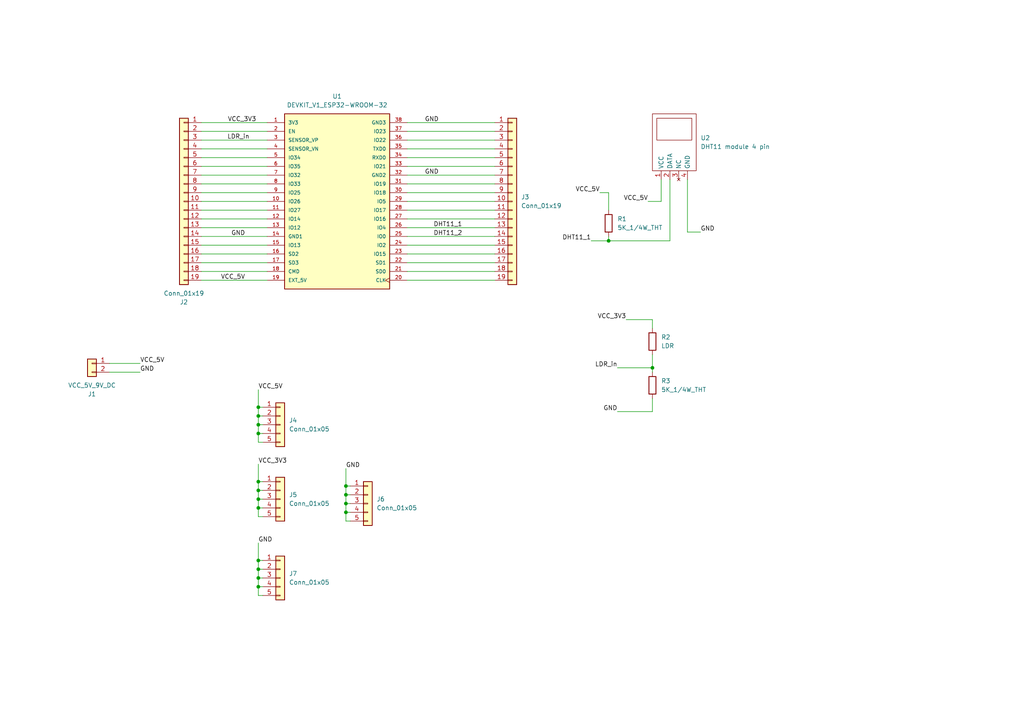
<source format=kicad_sch>
(kicad_sch (version 20250114) (generator "eeschema") (generator_version "9.0")
  (paper "A4")
  (lib_symbols
    (symbol "Connector_Generic:Conn_01x02" (pin_names (offset 1.016) (hide yes))
      (property "Reference" "J" (at 0 2.54 0))
      (property "Value" "Conn_01x02" (at 0 -5.08 0))
      (symbol "Conn_01x02_1_1"
        (rectangle (start -1.27 1.27) (end 1.27 -3.81) (stroke (width 0.254)) (fill (type background)))
        (rectangle (start -1.27 0.127) (end 0 -0.127) (stroke (width 0.1524)))
        (rectangle (start -1.27 -2.413) (end 0 -2.667) (stroke (width 0.1524)))
        (pin passive line (at -5.08 0 0) (length 3.81) (name "Pin_1") (number "1"))
        (pin passive line (at -5.08 -2.54 0) (length 3.81) (name "Pin_2") (number "2"))
      )
    )
    (symbol "Connector_Generic:Conn_01x05" (pin_names (offset 1.016) (hide yes))
      (property "Reference" "J" (at 0 7.62 0))
      (property "Value" "Conn_01x05" (at 0 -7.62 0))
      (symbol "Conn_01x05_1_1"
        (rectangle (start -1.27 6.35) (end 1.27 -6.35) (stroke (width 0.254)) (fill (type background)))
        (rectangle (start -1.27 5.207) (end 0 4.953) (stroke (width 0.1524)))
        (rectangle (start -1.27 2.667) (end 0 2.413) (stroke (width 0.1524)))
        (rectangle (start -1.27 0.127) (end 0 -0.127) (stroke (width 0.1524)))
        (rectangle (start -1.27 -2.413) (end 0 -2.667) (stroke (width 0.1524)))
        (rectangle (start -1.27 -4.953) (end 0 -5.207) (stroke (width 0.1524)))
        (pin passive line (at -5.08 5.08 0) (length 3.81) (name "Pin_1") (number "1"))
        (pin passive line (at -5.08 2.54 0) (length 3.81) (name "Pin_2") (number "2"))
        (pin passive line (at -5.08 0 0) (length 3.81) (name "Pin_3") (number "3"))
        (pin passive line (at -5.08 -2.54 0) (length 3.81) (name "Pin_4") (number "4"))
        (pin passive line (at -5.08 -5.08 0) (length 3.81) (name "Pin_5") (number "5"))
      )
    )
    (symbol "Connector_Generic:Conn_01x19" (pin_names (offset 1.016) (hide yes))
      (property "Reference" "J" (at 0 25.4 0))
      (property "Value" "Conn_01x19" (at 0 -25.4 0))
      (symbol "Conn_01x19_1_1"
        (rectangle (start -1.27 24.13) (end 1.27 -24.13) (stroke (width 0.254)) (fill (type background)))
        (rectangle (start -1.27 22.987) (end 0 22.733) (stroke (width 0.1524)))
        (rectangle (start -1.27 20.447) (end 0 20.193) (stroke (width 0.1524)))
        (rectangle (start -1.27 17.907) (end 0 17.653) (stroke (width 0.1524)))
        (rectangle (start -1.27 15.367) (end 0 15.113) (stroke (width 0.1524)))
        (rectangle (start -1.27 12.827) (end 0 12.573) (stroke (width 0.1524)))
        (rectangle (start -1.27 10.287) (end 0 10.033) (stroke (width 0.1524)))
        (rectangle (start -1.27 7.747) (end 0 7.493) (stroke (width 0.1524)))
        (rectangle (start -1.27 5.207) (end 0 4.953) (stroke (width 0.1524)))
        (rectangle (start -1.27 2.667) (end 0 2.413) (stroke (width 0.1524)))
        (rectangle (start -1.27 0.127) (end 0 -0.127) (stroke (width 0.1524)))
        (rectangle (start -1.27 -2.413) (end 0 -2.667) (stroke (width 0.1524)))
        (rectangle (start -1.27 -4.953) (end 0 -5.207) (stroke (width 0.1524)))
        (rectangle (start -1.27 -7.493) (end 0 -7.747) (stroke (width 0.1524)))
        (rectangle (start -1.27 -10.033) (end 0 -10.287) (stroke (width 0.1524)))
        (rectangle (start -1.27 -12.573) (end 0 -12.827) (stroke (width 0.1524)))
        (rectangle (start -1.27 -15.113) (end 0 -15.367) (stroke (width 0.1524)))
        (rectangle (start -1.27 -17.653) (end 0 -17.907) (stroke (width 0.1524)))
        (rectangle (start -1.27 -20.193) (end 0 -20.447) (stroke (width 0.1524)))
        (rectangle (start -1.27 -22.733) (end 0 -22.987) (stroke (width 0.1524)))
        (pin passive line (at -5.08 22.86 0) (length 3.81) (name "Pin_1") (number "1"))
        (pin passive line (at -5.08 20.32 0) (length 3.81) (name "Pin_2") (number "2"))
        (pin passive line (at -5.08 17.78 0) (length 3.81) (name "Pin_3") (number "3"))
        (pin passive line (at -5.08 15.24 0) (length 3.81) (name "Pin_4") (number "4"))
        (pin passive line (at -5.08 12.7 0) (length 3.81) (name "Pin_5") (number "5"))
        (pin passive line (at -5.08 10.16 0) (length 3.81) (name "Pin_6") (number "6"))
        (pin passive line (at -5.08 7.62 0) (length 3.81) (name "Pin_7") (number "7"))
        (pin passive line (at -5.08 5.08 0) (length 3.81) (name "Pin_8") (number "8"))
        (pin passive line (at -5.08 2.54 0) (length 3.81) (name "Pin_9") (number "9"))
        (pin passive line (at -5.08 0 0) (length 3.81) (name "Pin_10") (number "10"))
        (pin passive line (at -5.08 -2.54 0) (length 3.81) (name "Pin_11") (number "11"))
        (pin passive line (at -5.08 -5.08 0) (length 3.81) (name "Pin_12") (number "12"))
        (pin passive line (at -5.08 -7.62 0) (length 3.81) (name "Pin_13") (number "13"))
        (pin passive line (at -5.08 -10.16 0) (length 3.81) (name "Pin_14") (number "14"))
        (pin passive line (at -5.08 -12.7 0) (length 3.81) (name "Pin_15") (number "15"))
        (pin passive line (at -5.08 -15.24 0) (length 3.81) (name "Pin_16") (number "16"))
        (pin passive line (at -5.08 -17.78 0) (length 3.81) (name "Pin_17") (number "17"))
        (pin passive line (at -5.08 -20.32 0) (length 3.81) (name "Pin_18") (number "18"))
        (pin passive line (at -5.08 -22.86 0) (length 3.81) (name "Pin_19") (number "19"))
      )
    )
    (symbol "Device:R" (pin_numbers (hide yes)) (pin_names (offset 0))
      (property "Reference" "R" (at 2.032 0 90))
      (property "Value" "R" (at 0 0 90))
      (symbol "R_0_1"
        (rectangle (start -1.016 -2.54) (end 1.016 2.54) (stroke (width 0.254)))
      )
      (symbol "R_1_1"
        (pin passive line (at 0 3.81 270) (length 1.27) (name "~") (number "1"))
        (pin passive line (at 0 -3.81 90) (length 1.27) (name "~") (number "2"))
      )
    )
    (symbol "fevino:DEVKIT_V1_ESP32-WROOM-32" (pin_names (offset 1.016))
      (property "Reference" "U" (at -15.2572 26.0643 0))
      (property "Value" "DEVKIT_V1_ESP32-WROOM-32" (at -15.2563 -27.9698 0))
      (symbol "DEVKIT_V1_ESP32-WROOM-32_0_0"
        (rectangle (start -15.24 -25.4) (end 15.24 25.4) (stroke (width 0.254)) (fill (type background)))
        (pin power_in line (at -20.32 22.86 0) (length 5.08) (name "3V3") (number "1"))
        (pin input line (at -20.32 20.32 0) (length 5.08) (name "EN") (number "2"))
        (pin input line (at -20.32 17.78 0) (length 5.08) (name "SENSOR_VP") (number "3"))
        (pin input line (at -20.32 15.24 0) (length 5.08) (name "SENSOR_VN") (number "4"))
        (pin bidirectional line (at -20.32 12.7 0) (length 5.08) (name "IO34") (number "5"))
        (pin bidirectional line (at -20.32 10.16 0) (length 5.08) (name "IO35") (number "6"))
        (pin bidirectional line (at -20.32 7.62 0) (length 5.08) (name "IO32") (number "7"))
        (pin bidirectional line (at -20.32 5.08 0) (length 5.08) (name "IO33") (number "8"))
        (pin bidirectional line (at -20.32 2.54 0) (length 5.08) (name "IO25") (number "9"))
        (pin bidirectional line (at -20.32 0 0) (length 5.08) (name "IO26") (number "10"))
        (pin bidirectional line (at -20.32 -2.54 0) (length 5.08) (name "IO27") (number "11"))
        (pin bidirectional line (at -20.32 -5.08 0) (length 5.08) (name "IO14") (number "12"))
        (pin bidirectional line (at -20.32 -7.62 0) (length 5.08) (name "IO12") (number "13"))
        (pin power_in line (at -20.32 -10.16 0) (length 5.08) (name "GND1") (number "14"))
        (pin bidirectional line (at -20.32 -12.7 0) (length 5.08) (name "IO13") (number "15"))
        (pin bidirectional line (at -20.32 -15.24 0) (length 5.08) (name "SD2") (number "16"))
        (pin bidirectional line (at -20.32 -17.78 0) (length 5.08) (name "SD3") (number "17"))
        (pin bidirectional line (at -20.32 -20.32 0) (length 5.08) (name "CMD") (number "18"))
        (pin power_in line (at -20.32 -22.86 0) (length 5.08) (name "EXT_5V") (number "19"))
        (pin power_in line (at 20.32 22.86 180) (length 5.08) (name "GND3") (number "38"))
        (pin bidirectional line (at 20.32 20.32 180) (length 5.08) (name "IO23") (number "37"))
        (pin bidirectional line (at 20.32 17.78 180) (length 5.08) (name "IO22") (number "36"))
        (pin output line (at 20.32 15.24 180) (length 5.08) (name "TXD0") (number "35"))
        (pin input line (at 20.32 12.7 180) (length 5.08) (name "RXD0") (number "34"))
        (pin bidirectional line (at 20.32 10.16 180) (length 5.08) (name "IO21") (number "33"))
        (pin power_in line (at 20.32 7.62 180) (length 5.08) (name "GND2") (number "32"))
        (pin bidirectional line (at 20.32 5.08 180) (length 5.08) (name "IO19") (number "31"))
        (pin bidirectional line (at 20.32 2.54 180) (length 5.08) (name "IO18") (number "30"))
        (pin bidirectional line (at 20.32 0 180) (length 5.08) (name "IO5") (number "29"))
        (pin bidirectional line (at 20.32 -2.54 180) (length 5.08) (name "IO17") (number "28"))
        (pin bidirectional line (at 20.32 -5.08 180) (length 5.08) (name "IO16") (number "27"))
        (pin bidirectional line (at 20.32 -7.62 180) (length 5.08) (name "IO4") (number "26"))
        (pin bidirectional line (at 20.32 -10.16 180) (length 5.08) (name "IO0") (number "25"))
        (pin bidirectional line (at 20.32 -12.7 180) (length 5.08) (name "IO2") (number "24"))
        (pin bidirectional line (at 20.32 -15.24 180) (length 5.08) (name "IO15") (number "23"))
        (pin bidirectional line (at 20.32 -17.78 180) (length 5.08) (name "SD1") (number "22"))
        (pin bidirectional line (at 20.32 -20.32 180) (length 5.08) (name "SD0") (number "21"))
        (pin input clock (at 20.32 -22.86 180) (length 5.08) (name "CLK") (number "20"))
      )
    )
    (symbol "fevino:DHT_11"
      (property "Reference" "U" (at -0.254 11.684 0))
      (symbol "DHT_11_0_1"
        (rectangle (start -5.08 16.51) (end 7.62 0))
        (rectangle (start -3.81 15.24) (end 6.35 8.89))
      )
      (symbol "DHT_11_1_1"
        (pin input line (at -2.54 -2.54 90) (length 2.54) (name "VCC") (number "1"))
        (pin output line (at 0 -2.54 90) (length 2.54) (name "DATA") (number "2"))
        (pin no_connect line (at 2.54 -2.54 90) (length 2.54) (name "NC") (number "3"))
        (pin input line (at 5.08 -2.54 90) (length 2.54) (name "GND") (number "4"))
      )
    )
  )
  (junction (at 74.93 118.11))
  (junction (at 100.33 143.51))
  (junction (at 100.33 146.05))
  (junction (at 74.93 162.56))
  (junction (at 74.93 125.73))
  (junction (at 74.93 142.24))
  (junction (at 74.93 139.7))
  (junction (at 74.93 167.64))
  (junction (at 74.93 170.18))
  (junction (at 74.93 144.78))
  (junction (at 74.93 123.19))
  (junction (at 176.53 69.85))
  (junction (at 100.33 140.97))
  (junction (at 100.33 148.59))
  (junction (at 74.93 165.1))
  (junction (at 74.93 147.32))
  (junction (at 74.93 120.65))
  (junction (at 189.23 106.68))
  (wire (pts (xy 74.93 144.78) (xy 74.93 147.32)))
  (wire (pts (xy 199.39 67.31) (xy 203.2 67.31)))
  (wire (pts (xy 189.23 102.87) (xy 189.23 106.68)))
  (wire (pts (xy 74.93 165.1) (xy 74.93 167.64)))
  (wire (pts (xy 100.33 143.51) (xy 101.6 143.51)))
  (wire (pts (xy 143.51 53.34) (xy 118.11 53.34)))
  (wire (pts (xy 74.93 134.62) (xy 74.93 139.7)))
  (wire (pts (xy 118.11 68.58) (xy 143.51 68.58)))
  (wire (pts (xy 74.93 167.64) (xy 74.93 170.18)))
  (wire (pts (xy 58.42 73.66) (xy 77.47 73.66)))
  (wire (pts (xy 143.51 58.42) (xy 118.11 58.42)))
  (wire (pts (xy 189.23 106.68) (xy 189.23 107.95)))
  (wire (pts (xy 74.93 128.27) (xy 76.2 128.27)))
  (wire (pts (xy 143.51 45.72) (xy 118.11 45.72)))
  (wire (pts (xy 194.31 69.85) (xy 194.31 52.07)))
  (wire (pts (xy 58.42 55.88) (xy 77.47 55.88)))
  (wire (pts (xy 179.07 106.68) (xy 189.23 106.68)))
  (wire (pts (xy 143.51 38.1) (xy 118.11 38.1)))
  (wire (pts (xy 143.51 63.5) (xy 118.11 63.5)))
  (wire (pts (xy 74.93 167.64) (xy 76.2 167.64)))
  (wire (pts (xy 100.33 143.51) (xy 100.33 146.05)))
  (wire (pts (xy 58.42 66.04) (xy 77.47 66.04)))
  (wire (pts (xy 100.33 148.59) (xy 100.33 151.13)))
  (wire (pts (xy 191.77 58.42) (xy 191.77 52.07)))
  (wire (pts (xy 58.42 53.34) (xy 77.47 53.34)))
  (wire (pts (xy 58.42 60.96) (xy 77.47 60.96)))
  (wire (pts (xy 31.75 105.41) (xy 40.64 105.41)))
  (wire (pts (xy 100.33 146.05) (xy 100.33 148.59)))
  (wire (pts (xy 143.51 78.74) (xy 118.11 78.74)))
  (wire (pts (xy 176.53 69.85) (xy 194.31 69.85)))
  (wire (pts (xy 58.42 48.26) (xy 77.47 48.26)))
  (wire (pts (xy 58.42 63.5) (xy 77.47 63.5)))
  (wire (pts (xy 74.93 172.72) (xy 76.2 172.72)))
  (wire (pts (xy 171.45 69.85) (xy 176.53 69.85)))
  (wire (pts (xy 74.93 123.19) (xy 76.2 123.19)))
  (wire (pts (xy 74.93 120.65) (xy 76.2 120.65)))
  (wire (pts (xy 143.51 71.12) (xy 118.11 71.12)))
  (wire (pts (xy 58.42 50.8) (xy 77.47 50.8)))
  (wire (pts (xy 181.61 92.71) (xy 189.23 92.71)))
  (wire (pts (xy 74.93 149.86) (xy 76.2 149.86)))
  (wire (pts (xy 58.42 76.2) (xy 77.47 76.2)))
  (wire (pts (xy 199.39 52.07) (xy 199.39 67.31)))
  (wire (pts (xy 58.42 71.12) (xy 77.47 71.12)))
  (wire (pts (xy 74.93 139.7) (xy 74.93 142.24)))
  (wire (pts (xy 118.11 66.04) (xy 143.51 66.04)))
  (wire (pts (xy 74.93 139.7) (xy 76.2 139.7)))
  (wire (pts (xy 58.42 68.58) (xy 77.47 68.58)))
  (wire (pts (xy 100.33 140.97) (xy 101.6 140.97)))
  (wire (pts (xy 143.51 55.88) (xy 118.11 55.88)))
  (wire (pts (xy 74.93 165.1) (xy 76.2 165.1)))
  (wire (pts (xy 58.42 38.1) (xy 77.47 38.1)))
  (wire (pts (xy 118.11 35.56) (xy 143.51 35.56)))
  (wire (pts (xy 74.93 170.18) (xy 74.93 172.72)))
  (wire (pts (xy 74.93 123.19) (xy 74.93 125.73)))
  (wire (pts (xy 179.07 119.38) (xy 189.23 119.38)))
  (wire (pts (xy 58.42 81.28) (xy 77.47 81.28)))
  (wire (pts (xy 100.33 151.13) (xy 101.6 151.13)))
  (wire (pts (xy 176.53 68.58) (xy 176.53 69.85)))
  (wire (pts (xy 74.93 118.11) (xy 76.2 118.11)))
  (wire (pts (xy 58.42 35.56) (xy 77.47 35.56)))
  (wire (pts (xy 143.51 60.96) (xy 118.11 60.96)))
  (wire (pts (xy 100.33 140.97) (xy 100.33 143.51)))
  (wire (pts (xy 143.51 76.2) (xy 118.11 76.2)))
  (wire (pts (xy 173.99 55.88) (xy 176.53 55.88)))
  (wire (pts (xy 118.11 50.8) (xy 143.51 50.8)))
  (wire (pts (xy 74.93 125.73) (xy 76.2 125.73)))
  (wire (pts (xy 74.93 120.65) (xy 74.93 123.19)))
  (wire (pts (xy 143.51 48.26) (xy 118.11 48.26)))
  (wire (pts (xy 74.93 162.56) (xy 74.93 165.1)))
  (wire (pts (xy 74.93 113.03) (xy 74.93 118.11)))
  (wire (pts (xy 31.75 107.95) (xy 40.64 107.95)))
  (wire (pts (xy 58.42 58.42) (xy 77.47 58.42)))
  (wire (pts (xy 100.33 135.89) (xy 100.33 140.97)))
  (wire (pts (xy 143.51 43.18) (xy 118.11 43.18)))
  (wire (pts (xy 189.23 119.38) (xy 189.23 115.57)))
  (wire (pts (xy 100.33 146.05) (xy 101.6 146.05)))
  (wire (pts (xy 74.93 162.56) (xy 76.2 162.56)))
  (wire (pts (xy 58.42 40.64) (xy 77.47 40.64)))
  (wire (pts (xy 74.93 142.24) (xy 74.93 144.78)))
  (wire (pts (xy 58.42 78.74) (xy 77.47 78.74)))
  (wire (pts (xy 74.93 144.78) (xy 76.2 144.78)))
  (wire (pts (xy 74.93 142.24) (xy 76.2 142.24)))
  (wire (pts (xy 74.93 170.18) (xy 76.2 170.18)))
  (wire (pts (xy 176.53 55.88) (xy 176.53 60.96)))
  (wire (pts (xy 143.51 40.64) (xy 118.11 40.64)))
  (wire (pts (xy 74.93 118.11) (xy 74.93 120.65)))
  (wire (pts (xy 189.23 92.71) (xy 189.23 95.25)))
  (wire (pts (xy 143.51 73.66) (xy 118.11 73.66)))
  (wire (pts (xy 74.93 147.32) (xy 74.93 149.86)))
  (wire (pts (xy 74.93 157.48) (xy 74.93 162.56)))
  (wire (pts (xy 187.96 58.42) (xy 191.77 58.42)))
  (wire (pts (xy 74.93 125.73) (xy 74.93 128.27)))
  (wire (pts (xy 100.33 148.59) (xy 101.6 148.59)))
  (wire (pts (xy 58.42 43.18) (xy 77.47 43.18)))
  (wire (pts (xy 143.51 81.28) (xy 118.11 81.28)))
  (wire (pts (xy 74.93 147.32) (xy 76.2 147.32)))
  (wire (pts (xy 58.42 45.72) (xy 77.47 45.72)))
  (label "VCC_5V" (at 173.99 55.88 180))
  (label "LDR_in" (at 179.07 106.68 180))
  (label "DHT11_1" (at 171.45 69.85 180))
  (label "GND" (at 40.64 107.95 0))
  (label "VCC_3V3" (at 66.04 35.56 0))
  (label "GND" (at 123.19 35.56 0))
  (label "GND" (at 179.07 119.38 180))
  (label "GND" (at 71.12 68.58 180))
  (label "VCC_3V3" (at 74.93 134.62 0))
  (label "GND" (at 123.19 50.8 0))
  (label "VCC_3V3" (at 181.61 92.71 180))
  (label "GND" (at 203.2 67.31 0))
  (label "VCC_5V" (at 187.96 58.42 180))
  (label "DHT11_1" (at 125.73 66.04 0))
  (label "VCC_5V" (at 74.93 113.03 0))
  (label "VCC_5V" (at 40.64 105.41 0))
  (label "GND" (at 74.93 157.48 0))
  (label "GND" (at 100.33 135.89 0))
  (label "DHT11_2" (at 125.73 68.58 0))
  (label "LDR_in" (at 72.39 40.64 180))
  (label "VCC_5V" (at 71.12 81.28 180))
  (symbol (lib_id "Connector_Generic:Conn_01x19") (at 148.59 58.42 0) (unit 1)
    (property "Reference" "J3" (at 151.13 57.1499 0) (effects (justify left)))
    (property "Value" "Conn_01x19" (at 151.13 59.6899 0) (effects (justify left)))
    (property "Footprint" "Connector_PinSocket_2.54mm:PinSocket_1x19_P2.54mm_Vertical" (effects (hide yes)))
    (property "Description" "Generic connector, single row, 01x19, script generated (kicad-library-utils/schlib/autogen/connector/)" (effects (hide yes)))
  )
  (symbol (lib_id "Connector_Generic:Conn_01x05") (at 81.28 167.64 0) (unit 1)
    (property "Reference" "J7" (at 83.82 166.3699 0) (effects (justify left)))
    (property "Value" "Conn_01x05" (at 83.82 168.9099 0) (effects (justify left)))
    (property "Footprint" "Connector_PinSocket_2.54mm:PinSocket_1x05_P2.54mm_Vertical" (effects (hide yes)))
    (property "Description" "Generic connector, single row, 01x05, script generated (kicad-library-utils/schlib/autogen/connector/)" (effects (hide yes)))
  )
  (symbol (lib_id "Connector_Generic:Conn_01x02") (at 26.67 105.41 0) (mirror y) (unit 1)
    (property "Reference" "J1" (at 26.67 114.3 0))
    (property "Value" "VCC_5V_9V_DC" (at 26.67 111.76 0))
    (property "Footprint" "Connector_JST:JST_XH_S2B-XH-A_1x02_P2.50mm_Horizontal" (effects (hide yes)))
    (property "Description" "Generic connector, single row, 01x02, script generated (kicad-library-utils/schlib/autogen/connector/)" (effects (hide yes)))
  )
  (symbol (lib_id "Device:R") (at 189.23 111.76 0) (unit 1)
    (property "Reference" "R3" (at 191.77 110.4899 0) (effects (justify left)))
    (property "Value" "5K_1/4W_THT" (at 191.77 113.0299 0) (effects (justify left)))
    (property "Footprint" "Resistor_THT:R_Axial_DIN0207_L6.3mm_D2.5mm_P7.62mm_Horizontal" (effects (hide yes)))
    (property "Description" "Resistor" (effects (hide yes)))
  )
  (symbol (lib_id "fevino:DEVKIT_V1_ESP32-WROOM-32") (at 97.79 58.42 0) (unit 1)
    (property "Reference" "U1" (at 97.79 27.94 0))
    (property "Value" "DEVKIT_V1_ESP32-WROOM-32" (at 97.79 30.48 0))
    (property "Footprint" "fevino:MODULE_DEVKIT_V1_ESP32-WROOM-32" (effects (hide yes)))
    (property "MF" "Espressif Systems" (effects (hide yes)))
    (property "Description_1" "WROOM-32 Development Board ESP32 ESP-32S WiFi Bluetooth Dev Module" (effects (hide yes)))
    (property "Package" "Package" (effects (hide yes)))
    (property "Price" "None" (effects (hide yes)))
    (property "Check_prices" "https://www.snapeda.com/parts/DEVKIT%20V1%20ESP32-WROOM-32/Espressif+Systems/view-part/?ref=eda" (effects (hide yes)))
    (property "STANDARD" "Manufacturer Recommendations" (effects (hide yes)))
    (property "PARTREV" "N/A" (effects (hide yes)))
    (property "SnapEDA_Link" "https://www.snapeda.com/parts/DEVKIT%20V1%20ESP32-WROOM-32/Espressif+Systems/view-part/?ref=snap" (effects (hide yes)))
    (property "MP" "DEVKIT V1 ESP32-WROOM-32" (effects (hide yes)))
    (property "Availability" "Not in stock" (effects (hide yes)))
    (property "MANUFACTURER" "Espressif Systems" (effects (hide yes)))
  )
  (symbol (lib_id "Connector_Generic:Conn_01x19") (at 53.34 58.42 0) (mirror y) (unit 1)
    (property "Reference" "J2" (at 53.34 87.63 0))
    (property "Value" "Conn_01x19" (at 53.34 85.09 0))
    (property "Footprint" "Connector_PinSocket_2.54mm:PinSocket_1x19_P2.54mm_Vertical" (effects (hide yes)))
    (property "Description" "Generic connector, single row, 01x19, script generated (kicad-library-utils/schlib/autogen/connector/)" (effects (hide yes)))
  )
  (symbol (lib_id "fevino:DHT_11") (at 194.31 49.53 0) (unit 1)
    (property "Reference" "U2" (at 203.2 40.0049 0) (effects (justify left)))
    (property "Value" "DHT11 module 4 pin" (at 203.2 42.5449 0) (effects (justify left)))
    (property "Footprint" "Connector_PinSocket_2.54mm:PinSocket_1x04_P2.54mm_Vertical" (effects (hide yes)))
  )
  (symbol (lib_id "Device:R") (at 176.53 64.77 0) (unit 1)
    (property "Reference" "R1" (at 179.07 63.4999 0) (effects (justify left)))
    (property "Value" "5K_1/4W_THT" (at 179.07 66.0399 0) (effects (justify left)))
    (property "Footprint" "Resistor_THT:R_Axial_DIN0207_L6.3mm_D2.5mm_P7.62mm_Horizontal" (effects (hide yes)))
    (property "Description" "Resistor" (effects (hide yes)))
  )
  (symbol (lib_id "Device:R") (at 189.23 99.06 0) (unit 1)
    (property "Reference" "R2" (at 191.77 97.7899 0) (effects (justify left)))
    (property "Value" "LDR" (at 191.77 100.3299 0) (effects (justify left)))
    (property "Footprint" "OptoDevice:R_LDR_5.0x4.1mm_P3mm_Vertical" (effects (hide yes)))
    (property "Description" "Resistor" (effects (hide yes)))
  )
  (symbol (lib_id "Connector_Generic:Conn_01x05") (at 106.68 146.05 0) (unit 1)
    (property "Reference" "J6" (at 109.22 144.7799 0) (effects (justify left)))
    (property "Value" "Conn_01x05" (at 109.22 147.3199 0) (effects (justify left)))
    (property "Footprint" "Connector_PinSocket_2.54mm:PinSocket_1x05_P2.54mm_Vertical" (effects (hide yes)))
    (property "Description" "Generic connector, single row, 01x05, script generated (kicad-library-utils/schlib/autogen/connector/)" (effects (hide yes)))
  )
  (symbol (lib_id "Connector_Generic:Conn_01x05") (at 81.28 144.78 0) (unit 1)
    (property "Reference" "J5" (at 83.82 143.5099 0) (effects (justify left)))
    (property "Value" "Conn_01x05" (at 83.82 146.0499 0) (effects (justify left)))
    (property "Footprint" "Connector_PinSocket_2.54mm:PinSocket_1x05_P2.54mm_Vertical" (effects (hide yes)))
    (property "Description" "Generic connector, single row, 01x05, script generated (kicad-library-utils/schlib/autogen/connector/)" (effects (hide yes)))
  )
  (symbol (lib_id "Connector_Generic:Conn_01x05") (at 81.28 123.19 0) (unit 1)
    (property "Reference" "J4" (at 83.82 121.9199 0) (effects (justify left)))
    (property "Value" "Conn_01x05" (at 83.82 124.4599 0) (effects (justify left)))
    (property "Footprint" "Connector_PinSocket_2.54mm:PinSocket_1x05_P2.54mm_Vertical" (effects (hide yes)))
    (property "Description" "Generic connector, single row, 01x05, script generated (kicad-library-utils/schlib/autogen/connector/)" (effects (hide yes)))
  )
)
</source>
